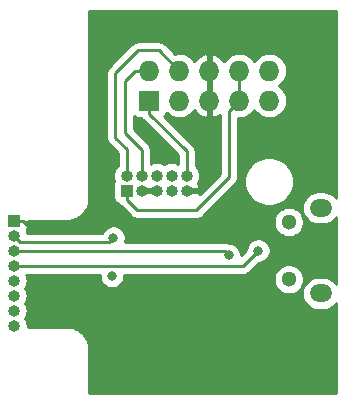
<source format=gbr>
G04 #@! TF.GenerationSoftware,KiCad,Pcbnew,(5.1.4)-1*
G04 #@! TF.CreationDate,2022-06-06T11:17:32+02:00*
G04 #@! TF.ProjectId,UP1-Progger,5550312d-5072-46f6-9767-65722e6b6963,V00.10*
G04 #@! TF.SameCoordinates,Original*
G04 #@! TF.FileFunction,Copper,L2,Bot*
G04 #@! TF.FilePolarity,Positive*
%FSLAX46Y46*%
G04 Gerber Fmt 4.6, Leading zero omitted, Abs format (unit mm)*
G04 Created by KiCad (PCBNEW (5.1.4)-1) date 2022-06-06 11:17:32*
%MOMM*%
%LPD*%
G04 APERTURE LIST*
%ADD10C,1.300000*%
%ADD11O,1.900000X1.500000*%
%ADD12O,1.000000X1.000000*%
%ADD13R,1.000000X1.000000*%
%ADD14O,1.727200X1.727200*%
%ADD15R,1.727200X1.727200*%
%ADD16C,0.800000*%
%ADD17C,0.250000*%
%ADD18C,0.254000*%
G04 APERTURE END LIST*
D10*
X114700000Y-117995000D03*
X114700000Y-113145000D03*
D11*
X117380000Y-111945000D03*
X117380000Y-119195000D03*
D12*
X91440000Y-121920000D03*
X91440000Y-120650000D03*
X91440000Y-119380000D03*
X91440000Y-118110000D03*
X91440000Y-116840000D03*
X91440000Y-115570000D03*
X91440000Y-114300000D03*
D13*
X91440000Y-113030000D03*
D14*
X113030000Y-100330000D03*
X113030000Y-102870000D03*
X110490000Y-100330000D03*
X110490000Y-102870000D03*
X107950000Y-100330000D03*
X107950000Y-102870000D03*
X105410000Y-100330000D03*
X105410000Y-102870000D03*
X102870000Y-100330000D03*
D15*
X102870000Y-102870000D03*
D12*
X106045000Y-109220000D03*
X106045000Y-110490000D03*
X104775000Y-109220000D03*
X104775000Y-110490000D03*
X103505000Y-109220000D03*
X103505000Y-110490000D03*
X102235000Y-109220000D03*
X102235000Y-110490000D03*
X100965000Y-109220000D03*
D13*
X100965000Y-110490000D03*
D16*
X112110000Y-115570000D03*
X109595000Y-115915000D03*
X99715000Y-117715000D03*
X99850000Y-114460000D03*
X101600000Y-113665000D03*
X104140000Y-113665000D03*
X110490000Y-113665000D03*
X115570000Y-106045000D03*
X103505000Y-106680000D03*
X107950000Y-106680000D03*
X99060000Y-96520000D03*
X116840000Y-96520000D03*
X99060000Y-126365000D03*
X107950000Y-126365000D03*
X117475000Y-126365000D03*
X112395000Y-120015000D03*
X106680000Y-120015000D03*
X95885000Y-118745000D03*
X101600000Y-120650000D03*
D17*
X106045000Y-107158600D02*
X106045000Y-109220000D01*
X102870000Y-102870000D02*
X102870000Y-103983600D01*
X102870000Y-103983600D02*
X106045000Y-107158600D01*
X100965000Y-109220000D02*
X100965000Y-106975000D01*
X100965000Y-106975000D02*
X99990000Y-106000000D01*
X99990000Y-106000000D02*
X99990000Y-100560000D01*
X99990000Y-100560000D02*
X101930000Y-98620000D01*
X103700000Y-98620000D02*
X105410000Y-100330000D01*
X101930000Y-98620000D02*
X103700000Y-98620000D01*
X101648686Y-100330000D02*
X100798686Y-101180000D01*
X102870000Y-100330000D02*
X101648686Y-100330000D01*
X100798686Y-101180000D02*
X100798686Y-105578686D01*
X102235000Y-107015000D02*
X102235000Y-109220000D01*
X100798686Y-105578686D02*
X102235000Y-107015000D01*
X91440000Y-116840000D02*
X92147106Y-116840000D01*
X92147106Y-116840000D02*
X110840000Y-116840000D01*
X110840000Y-116840000D02*
X112110000Y-115570000D01*
X112110000Y-115570000D02*
X112110000Y-115570000D01*
X91440000Y-115570000D02*
X109250000Y-115570000D01*
X109250000Y-115570000D02*
X109595000Y-115915000D01*
X91939999Y-114799999D02*
X99510001Y-114799999D01*
X91440000Y-114300000D02*
X91939999Y-114799999D01*
X99510001Y-114799999D02*
X99850000Y-114460000D01*
X99850000Y-114460000D02*
X99850000Y-114460000D01*
X109626401Y-103733599D02*
X109626401Y-109373599D01*
X110490000Y-102870000D02*
X109626401Y-103733599D01*
X109626401Y-109373599D02*
X106860000Y-112140000D01*
X100965000Y-111240000D02*
X100965000Y-110490000D01*
X101865000Y-112140000D02*
X100965000Y-111240000D01*
X106860000Y-112140000D02*
X101865000Y-112140000D01*
X110490000Y-101551314D02*
X110490000Y-102870000D01*
X110490000Y-100330000D02*
X110490000Y-101551314D01*
X92190000Y-113030000D02*
X92710000Y-113550000D01*
X91440000Y-113030000D02*
X92190000Y-113030000D01*
X92710000Y-113550000D02*
X92710000Y-113665000D01*
D18*
G36*
X118720000Y-111150907D02*
G01*
X118564081Y-110960919D01*
X118353188Y-110787843D01*
X118112581Y-110659236D01*
X117851507Y-110580040D01*
X117648037Y-110560000D01*
X117111963Y-110560000D01*
X116908493Y-110580040D01*
X116647419Y-110659236D01*
X116406812Y-110787843D01*
X116195919Y-110960919D01*
X116022843Y-111171812D01*
X115894236Y-111412419D01*
X115815040Y-111673493D01*
X115788299Y-111945000D01*
X115815040Y-112216507D01*
X115894236Y-112477581D01*
X116022843Y-112718188D01*
X116195919Y-112929081D01*
X116406812Y-113102157D01*
X116647419Y-113230764D01*
X116908493Y-113309960D01*
X117111963Y-113330000D01*
X117648037Y-113330000D01*
X117851507Y-113309960D01*
X118112581Y-113230764D01*
X118353188Y-113102157D01*
X118564081Y-112929081D01*
X118720001Y-112739093D01*
X118720001Y-118400907D01*
X118564081Y-118210919D01*
X118353188Y-118037843D01*
X118112581Y-117909236D01*
X117851507Y-117830040D01*
X117648037Y-117810000D01*
X117111963Y-117810000D01*
X116908493Y-117830040D01*
X116647419Y-117909236D01*
X116406812Y-118037843D01*
X116195919Y-118210919D01*
X116022843Y-118421812D01*
X115894236Y-118662419D01*
X115815040Y-118923493D01*
X115788299Y-119195000D01*
X115815040Y-119466507D01*
X115894236Y-119727581D01*
X116022843Y-119968188D01*
X116195919Y-120179081D01*
X116406812Y-120352157D01*
X116647419Y-120480764D01*
X116908493Y-120559960D01*
X117111963Y-120580000D01*
X117648037Y-120580000D01*
X117851507Y-120559960D01*
X118112581Y-120480764D01*
X118353188Y-120352157D01*
X118564081Y-120179081D01*
X118720001Y-119989093D01*
X118720001Y-127610000D01*
X97815000Y-127610000D01*
X97815000Y-123919581D01*
X97812198Y-123891135D01*
X97812253Y-123883318D01*
X97811354Y-123874147D01*
X97785446Y-123627644D01*
X97773414Y-123569028D01*
X97762208Y-123510284D01*
X97759544Y-123501462D01*
X97686249Y-123264686D01*
X97663074Y-123209555D01*
X97640661Y-123154080D01*
X97636334Y-123145944D01*
X97518446Y-122927914D01*
X97485012Y-122878346D01*
X97452240Y-122828265D01*
X97446416Y-122821124D01*
X97288423Y-122630144D01*
X97282000Y-122623766D01*
X97282000Y-122555000D01*
X97279560Y-122530224D01*
X97272333Y-122506399D01*
X97260597Y-122484443D01*
X97244803Y-122465197D01*
X97225557Y-122449403D01*
X97203601Y-122437667D01*
X97179776Y-122430440D01*
X97155000Y-122428000D01*
X97060457Y-122428000D01*
X97004946Y-122382727D01*
X96955169Y-122349655D01*
X96905763Y-122315826D01*
X96897657Y-122311444D01*
X96678809Y-122195081D01*
X96623532Y-122172298D01*
X96568525Y-122148721D01*
X96559722Y-122145997D01*
X96322441Y-122074357D01*
X96263754Y-122062736D01*
X96205248Y-122050300D01*
X96196085Y-122049337D01*
X96196083Y-122049337D01*
X95949405Y-122025150D01*
X95949402Y-122025150D01*
X95917419Y-122022000D01*
X92570445Y-122022000D01*
X92580491Y-121920000D01*
X92558577Y-121697501D01*
X92493676Y-121483553D01*
X92388284Y-121286377D01*
X92387154Y-121285000D01*
X92388284Y-121283623D01*
X92493676Y-121086447D01*
X92558577Y-120872499D01*
X92580491Y-120650000D01*
X92558577Y-120427501D01*
X92493676Y-120213553D01*
X92388284Y-120016377D01*
X92387154Y-120015000D01*
X92388284Y-120013623D01*
X92493676Y-119816447D01*
X92558577Y-119602499D01*
X92580491Y-119380000D01*
X92558577Y-119157501D01*
X92493676Y-118943553D01*
X92388284Y-118746377D01*
X92387154Y-118745000D01*
X92388284Y-118743623D01*
X92493676Y-118546447D01*
X92558577Y-118332499D01*
X92580491Y-118110000D01*
X92558577Y-117887501D01*
X92493676Y-117673553D01*
X92454361Y-117600000D01*
X98682598Y-117600000D01*
X98680000Y-117613061D01*
X98680000Y-117816939D01*
X98719774Y-118016898D01*
X98797795Y-118205256D01*
X98911063Y-118374774D01*
X99055226Y-118518937D01*
X99224744Y-118632205D01*
X99413102Y-118710226D01*
X99613061Y-118750000D01*
X99816939Y-118750000D01*
X100016898Y-118710226D01*
X100205256Y-118632205D01*
X100374774Y-118518937D01*
X100518937Y-118374774D01*
X100632205Y-118205256D01*
X100710226Y-118016898D01*
X100739756Y-117868439D01*
X113415000Y-117868439D01*
X113415000Y-118121561D01*
X113464381Y-118369821D01*
X113561247Y-118603676D01*
X113701875Y-118814140D01*
X113880860Y-118993125D01*
X114091324Y-119133753D01*
X114325179Y-119230619D01*
X114573439Y-119280000D01*
X114826561Y-119280000D01*
X115074821Y-119230619D01*
X115308676Y-119133753D01*
X115519140Y-118993125D01*
X115698125Y-118814140D01*
X115838753Y-118603676D01*
X115935619Y-118369821D01*
X115985000Y-118121561D01*
X115985000Y-117868439D01*
X115935619Y-117620179D01*
X115838753Y-117386324D01*
X115698125Y-117175860D01*
X115519140Y-116996875D01*
X115308676Y-116856247D01*
X115074821Y-116759381D01*
X114826561Y-116710000D01*
X114573439Y-116710000D01*
X114325179Y-116759381D01*
X114091324Y-116856247D01*
X113880860Y-116996875D01*
X113701875Y-117175860D01*
X113561247Y-117386324D01*
X113464381Y-117620179D01*
X113415000Y-117868439D01*
X100739756Y-117868439D01*
X100750000Y-117816939D01*
X100750000Y-117613061D01*
X100747402Y-117600000D01*
X110802678Y-117600000D01*
X110840000Y-117603676D01*
X110877322Y-117600000D01*
X110877333Y-117600000D01*
X110988986Y-117589003D01*
X111132247Y-117545546D01*
X111264276Y-117474974D01*
X111380001Y-117380001D01*
X111403804Y-117350997D01*
X112149802Y-116605000D01*
X112211939Y-116605000D01*
X112411898Y-116565226D01*
X112600256Y-116487205D01*
X112769774Y-116373937D01*
X112913937Y-116229774D01*
X113027205Y-116060256D01*
X113105226Y-115871898D01*
X113145000Y-115671939D01*
X113145000Y-115468061D01*
X113105226Y-115268102D01*
X113027205Y-115079744D01*
X112913937Y-114910226D01*
X112769774Y-114766063D01*
X112600256Y-114652795D01*
X112411898Y-114574774D01*
X112211939Y-114535000D01*
X112008061Y-114535000D01*
X111808102Y-114574774D01*
X111619744Y-114652795D01*
X111450226Y-114766063D01*
X111306063Y-114910226D01*
X111192795Y-115079744D01*
X111114774Y-115268102D01*
X111075000Y-115468061D01*
X111075000Y-115530198D01*
X110630000Y-115975199D01*
X110630000Y-115813061D01*
X110590226Y-115613102D01*
X110512205Y-115424744D01*
X110398937Y-115255226D01*
X110254774Y-115111063D01*
X110085256Y-114997795D01*
X109896898Y-114919774D01*
X109696939Y-114880000D01*
X109571331Y-114880000D01*
X109542247Y-114864454D01*
X109398986Y-114820997D01*
X109287333Y-114810000D01*
X109287322Y-114810000D01*
X109250000Y-114806324D01*
X109212678Y-114810000D01*
X100825301Y-114810000D01*
X100845226Y-114761898D01*
X100885000Y-114561939D01*
X100885000Y-114358061D01*
X100845226Y-114158102D01*
X100767205Y-113969744D01*
X100653937Y-113800226D01*
X100509774Y-113656063D01*
X100340256Y-113542795D01*
X100151898Y-113464774D01*
X99951939Y-113425000D01*
X99748061Y-113425000D01*
X99548102Y-113464774D01*
X99359744Y-113542795D01*
X99190226Y-113656063D01*
X99046063Y-113800226D01*
X98932795Y-113969744D01*
X98903694Y-114039999D01*
X92547201Y-114039999D01*
X92493676Y-113863553D01*
X92487703Y-113852379D01*
X92529502Y-113774180D01*
X92565812Y-113654482D01*
X92578072Y-113530000D01*
X92575000Y-113315750D01*
X92416252Y-113157002D01*
X92575000Y-113157002D01*
X92575000Y-113055000D01*
X95917419Y-113055000D01*
X95945865Y-113052198D01*
X95953682Y-113052253D01*
X95962853Y-113051354D01*
X96209357Y-113025446D01*
X96243491Y-113018439D01*
X113415000Y-113018439D01*
X113415000Y-113271561D01*
X113464381Y-113519821D01*
X113561247Y-113753676D01*
X113701875Y-113964140D01*
X113880860Y-114143125D01*
X114091324Y-114283753D01*
X114325179Y-114380619D01*
X114573439Y-114430000D01*
X114826561Y-114430000D01*
X115074821Y-114380619D01*
X115308676Y-114283753D01*
X115519140Y-114143125D01*
X115698125Y-113964140D01*
X115838753Y-113753676D01*
X115935619Y-113519821D01*
X115985000Y-113271561D01*
X115985000Y-113018439D01*
X115935619Y-112770179D01*
X115838753Y-112536324D01*
X115698125Y-112325860D01*
X115519140Y-112146875D01*
X115308676Y-112006247D01*
X115074821Y-111909381D01*
X114826561Y-111860000D01*
X114573439Y-111860000D01*
X114325179Y-111909381D01*
X114091324Y-112006247D01*
X113880860Y-112146875D01*
X113701875Y-112325860D01*
X113561247Y-112536324D01*
X113464381Y-112770179D01*
X113415000Y-113018439D01*
X96243491Y-113018439D01*
X96267986Y-113013411D01*
X96326716Y-113002208D01*
X96335532Y-112999546D01*
X96335536Y-112999545D01*
X96335539Y-112999544D01*
X96572314Y-112926249D01*
X96627457Y-112903069D01*
X96682920Y-112880661D01*
X96691054Y-112876335D01*
X96691059Y-112876333D01*
X96691064Y-112876330D01*
X96909086Y-112758447D01*
X96958654Y-112725012D01*
X97008735Y-112692241D01*
X97015876Y-112686416D01*
X97206856Y-112528423D01*
X97248995Y-112485988D01*
X97291745Y-112444125D01*
X97297618Y-112437024D01*
X97454273Y-112244947D01*
X97487374Y-112195125D01*
X97521173Y-112145763D01*
X97525556Y-112137657D01*
X97641919Y-111918809D01*
X97664707Y-111863521D01*
X97688279Y-111808525D01*
X97691003Y-111799722D01*
X97762643Y-111562441D01*
X97774264Y-111503754D01*
X97786700Y-111445248D01*
X97787663Y-111436083D01*
X97811850Y-111189405D01*
X97811850Y-111189402D01*
X97815000Y-111157419D01*
X97815000Y-100560000D01*
X99226324Y-100560000D01*
X99230001Y-100597332D01*
X99230000Y-105962677D01*
X99226324Y-106000000D01*
X99230000Y-106037322D01*
X99230000Y-106037332D01*
X99240997Y-106148985D01*
X99276492Y-106265997D01*
X99284454Y-106292246D01*
X99355026Y-106424276D01*
X99378644Y-106453054D01*
X99449999Y-106540001D01*
X99479002Y-106563804D01*
X100205001Y-107289803D01*
X100205000Y-108375431D01*
X100158551Y-108413551D01*
X100016716Y-108586377D01*
X99911324Y-108783553D01*
X99846423Y-108997501D01*
X99824509Y-109220000D01*
X99846423Y-109442499D01*
X99911324Y-109656447D01*
X99917297Y-109667621D01*
X99875498Y-109745820D01*
X99839188Y-109865518D01*
X99826928Y-109990000D01*
X99826928Y-110990000D01*
X99839188Y-111114482D01*
X99875498Y-111234180D01*
X99934463Y-111344494D01*
X100013815Y-111441185D01*
X100110506Y-111520537D01*
X100220820Y-111579502D01*
X100297078Y-111602635D01*
X100330026Y-111664276D01*
X100350839Y-111689636D01*
X100424999Y-111780001D01*
X100454002Y-111803803D01*
X101301201Y-112651003D01*
X101324999Y-112680001D01*
X101440724Y-112774974D01*
X101572753Y-112845546D01*
X101716014Y-112889003D01*
X101827667Y-112900000D01*
X101827676Y-112900000D01*
X101864999Y-112903676D01*
X101902322Y-112900000D01*
X106822678Y-112900000D01*
X106860000Y-112903676D01*
X106897322Y-112900000D01*
X106897333Y-112900000D01*
X107008986Y-112889003D01*
X107152247Y-112845546D01*
X107284276Y-112774974D01*
X107400001Y-112680001D01*
X107423804Y-112650997D01*
X110137404Y-109937398D01*
X110166402Y-109913600D01*
X110261375Y-109797875D01*
X110331947Y-109665846D01*
X110375404Y-109522585D01*
X110377700Y-109499271D01*
X110940209Y-109499271D01*
X110940209Y-109910923D01*
X111020518Y-110314667D01*
X111178051Y-110694984D01*
X111406753Y-111037261D01*
X111697836Y-111328344D01*
X112040113Y-111557046D01*
X112420430Y-111714579D01*
X112824174Y-111794888D01*
X113235826Y-111794888D01*
X113639570Y-111714579D01*
X114019887Y-111557046D01*
X114362164Y-111328344D01*
X114653247Y-111037261D01*
X114881949Y-110694984D01*
X115039482Y-110314667D01*
X115119791Y-109910923D01*
X115119791Y-109499271D01*
X115039482Y-109095527D01*
X114881949Y-108715210D01*
X114653247Y-108372933D01*
X114362164Y-108081850D01*
X114019887Y-107853148D01*
X113639570Y-107695615D01*
X113235826Y-107615306D01*
X112824174Y-107615306D01*
X112420430Y-107695615D01*
X112040113Y-107853148D01*
X111697836Y-108081850D01*
X111406753Y-108372933D01*
X111178051Y-108715210D01*
X111020518Y-109095527D01*
X110940209Y-109499271D01*
X110377700Y-109499271D01*
X110386401Y-109410932D01*
X110386401Y-109410922D01*
X110390077Y-109373599D01*
X110386401Y-109336276D01*
X110386401Y-104365647D01*
X110416381Y-104368600D01*
X110563619Y-104368600D01*
X110783777Y-104346916D01*
X111066264Y-104261225D01*
X111326606Y-104122069D01*
X111554797Y-103934797D01*
X111742069Y-103706606D01*
X111760000Y-103673060D01*
X111777931Y-103706606D01*
X111965203Y-103934797D01*
X112193394Y-104122069D01*
X112453736Y-104261225D01*
X112736223Y-104346916D01*
X112956381Y-104368600D01*
X113103619Y-104368600D01*
X113323777Y-104346916D01*
X113606264Y-104261225D01*
X113866606Y-104122069D01*
X114094797Y-103934797D01*
X114282069Y-103706606D01*
X114421225Y-103446264D01*
X114506916Y-103163777D01*
X114535851Y-102870000D01*
X114506916Y-102576223D01*
X114421225Y-102293736D01*
X114282069Y-102033394D01*
X114094797Y-101805203D01*
X113866606Y-101617931D01*
X113833060Y-101600000D01*
X113866606Y-101582069D01*
X114094797Y-101394797D01*
X114282069Y-101166606D01*
X114421225Y-100906264D01*
X114506916Y-100623777D01*
X114535851Y-100330000D01*
X114506916Y-100036223D01*
X114421225Y-99753736D01*
X114282069Y-99493394D01*
X114094797Y-99265203D01*
X113866606Y-99077931D01*
X113606264Y-98938775D01*
X113323777Y-98853084D01*
X113103619Y-98831400D01*
X112956381Y-98831400D01*
X112736223Y-98853084D01*
X112453736Y-98938775D01*
X112193394Y-99077931D01*
X111965203Y-99265203D01*
X111777931Y-99493394D01*
X111760000Y-99526940D01*
X111742069Y-99493394D01*
X111554797Y-99265203D01*
X111326606Y-99077931D01*
X111066264Y-98938775D01*
X110783777Y-98853084D01*
X110563619Y-98831400D01*
X110416381Y-98831400D01*
X110196223Y-98853084D01*
X109913736Y-98938775D01*
X109653394Y-99077931D01*
X109425203Y-99265203D01*
X109237931Y-99493394D01*
X109214137Y-99537910D01*
X109156817Y-99441512D01*
X108960293Y-99223146D01*
X108724944Y-99047316D01*
X108459814Y-98920778D01*
X108309026Y-98875042D01*
X108077000Y-98996183D01*
X108077000Y-100203000D01*
X108097000Y-100203000D01*
X108097000Y-100457000D01*
X108077000Y-100457000D01*
X108077000Y-102743000D01*
X108097000Y-102743000D01*
X108097000Y-102997000D01*
X108077000Y-102997000D01*
X108077000Y-104203817D01*
X108309026Y-104324958D01*
X108459814Y-104279222D01*
X108724944Y-104152684D01*
X108866401Y-104047001D01*
X108866402Y-109058796D01*
X107136707Y-110788492D01*
X107014129Y-110617000D01*
X106172000Y-110617000D01*
X106172000Y-110637000D01*
X105918000Y-110637000D01*
X105918000Y-110617000D01*
X105902983Y-110617000D01*
X105915491Y-110490000D01*
X105902983Y-110363000D01*
X105918000Y-110363000D01*
X105918000Y-110347983D01*
X105989248Y-110355000D01*
X106100752Y-110355000D01*
X106172000Y-110347983D01*
X106172000Y-110363000D01*
X107014129Y-110363000D01*
X107139126Y-110188124D01*
X107059210Y-109980471D01*
X106985227Y-109863440D01*
X106993284Y-109853623D01*
X107098676Y-109656447D01*
X107163577Y-109442499D01*
X107185491Y-109220000D01*
X107163577Y-108997501D01*
X107098676Y-108783553D01*
X106993284Y-108586377D01*
X106851449Y-108413551D01*
X106805000Y-108375431D01*
X106805000Y-107195922D01*
X106808676Y-107158599D01*
X106805000Y-107121276D01*
X106805000Y-107121267D01*
X106794003Y-107009614D01*
X106750546Y-106866353D01*
X106695664Y-106763677D01*
X106679974Y-106734323D01*
X106608799Y-106647597D01*
X106585001Y-106618599D01*
X106556004Y-106594802D01*
X104163475Y-104202274D01*
X104184785Y-104184785D01*
X104264137Y-104088094D01*
X104323102Y-103977780D01*
X104338586Y-103926735D01*
X104345203Y-103934797D01*
X104573394Y-104122069D01*
X104833736Y-104261225D01*
X105116223Y-104346916D01*
X105336381Y-104368600D01*
X105483619Y-104368600D01*
X105703777Y-104346916D01*
X105986264Y-104261225D01*
X106246606Y-104122069D01*
X106474797Y-103934797D01*
X106662069Y-103706606D01*
X106685863Y-103662090D01*
X106743183Y-103758488D01*
X106939707Y-103976854D01*
X107175056Y-104152684D01*
X107440186Y-104279222D01*
X107590974Y-104324958D01*
X107823000Y-104203817D01*
X107823000Y-102997000D01*
X107803000Y-102997000D01*
X107803000Y-102743000D01*
X107823000Y-102743000D01*
X107823000Y-100457000D01*
X107803000Y-100457000D01*
X107803000Y-100203000D01*
X107823000Y-100203000D01*
X107823000Y-98996183D01*
X107590974Y-98875042D01*
X107440186Y-98920778D01*
X107175056Y-99047316D01*
X106939707Y-99223146D01*
X106743183Y-99441512D01*
X106685863Y-99537910D01*
X106662069Y-99493394D01*
X106474797Y-99265203D01*
X106246606Y-99077931D01*
X105986264Y-98938775D01*
X105703777Y-98853084D01*
X105483619Y-98831400D01*
X105336381Y-98831400D01*
X105116223Y-98853084D01*
X105033100Y-98878299D01*
X104263804Y-98109003D01*
X104240001Y-98079999D01*
X104124276Y-97985026D01*
X103992247Y-97914454D01*
X103848986Y-97870997D01*
X103737333Y-97860000D01*
X103737322Y-97860000D01*
X103700000Y-97856324D01*
X103662678Y-97860000D01*
X101967322Y-97860000D01*
X101929999Y-97856324D01*
X101892676Y-97860000D01*
X101892667Y-97860000D01*
X101781014Y-97870997D01*
X101637753Y-97914454D01*
X101505724Y-97985026D01*
X101389999Y-98079999D01*
X101366201Y-98108997D01*
X99478998Y-99996201D01*
X99450000Y-100019999D01*
X99426202Y-100048997D01*
X99426201Y-100048998D01*
X99355026Y-100135724D01*
X99284454Y-100267754D01*
X99240998Y-100411015D01*
X99226324Y-100560000D01*
X97815000Y-100560000D01*
X97815000Y-95275000D01*
X118720000Y-95275000D01*
X118720000Y-111150907D01*
X118720000Y-111150907D01*
G37*
X118720000Y-111150907D02*
X118564081Y-110960919D01*
X118353188Y-110787843D01*
X118112581Y-110659236D01*
X117851507Y-110580040D01*
X117648037Y-110560000D01*
X117111963Y-110560000D01*
X116908493Y-110580040D01*
X116647419Y-110659236D01*
X116406812Y-110787843D01*
X116195919Y-110960919D01*
X116022843Y-111171812D01*
X115894236Y-111412419D01*
X115815040Y-111673493D01*
X115788299Y-111945000D01*
X115815040Y-112216507D01*
X115894236Y-112477581D01*
X116022843Y-112718188D01*
X116195919Y-112929081D01*
X116406812Y-113102157D01*
X116647419Y-113230764D01*
X116908493Y-113309960D01*
X117111963Y-113330000D01*
X117648037Y-113330000D01*
X117851507Y-113309960D01*
X118112581Y-113230764D01*
X118353188Y-113102157D01*
X118564081Y-112929081D01*
X118720001Y-112739093D01*
X118720001Y-118400907D01*
X118564081Y-118210919D01*
X118353188Y-118037843D01*
X118112581Y-117909236D01*
X117851507Y-117830040D01*
X117648037Y-117810000D01*
X117111963Y-117810000D01*
X116908493Y-117830040D01*
X116647419Y-117909236D01*
X116406812Y-118037843D01*
X116195919Y-118210919D01*
X116022843Y-118421812D01*
X115894236Y-118662419D01*
X115815040Y-118923493D01*
X115788299Y-119195000D01*
X115815040Y-119466507D01*
X115894236Y-119727581D01*
X116022843Y-119968188D01*
X116195919Y-120179081D01*
X116406812Y-120352157D01*
X116647419Y-120480764D01*
X116908493Y-120559960D01*
X117111963Y-120580000D01*
X117648037Y-120580000D01*
X117851507Y-120559960D01*
X118112581Y-120480764D01*
X118353188Y-120352157D01*
X118564081Y-120179081D01*
X118720001Y-119989093D01*
X118720001Y-127610000D01*
X97815000Y-127610000D01*
X97815000Y-123919581D01*
X97812198Y-123891135D01*
X97812253Y-123883318D01*
X97811354Y-123874147D01*
X97785446Y-123627644D01*
X97773414Y-123569028D01*
X97762208Y-123510284D01*
X97759544Y-123501462D01*
X97686249Y-123264686D01*
X97663074Y-123209555D01*
X97640661Y-123154080D01*
X97636334Y-123145944D01*
X97518446Y-122927914D01*
X97485012Y-122878346D01*
X97452240Y-122828265D01*
X97446416Y-122821124D01*
X97288423Y-122630144D01*
X97282000Y-122623766D01*
X97282000Y-122555000D01*
X97279560Y-122530224D01*
X97272333Y-122506399D01*
X97260597Y-122484443D01*
X97244803Y-122465197D01*
X97225557Y-122449403D01*
X97203601Y-122437667D01*
X97179776Y-122430440D01*
X97155000Y-122428000D01*
X97060457Y-122428000D01*
X97004946Y-122382727D01*
X96955169Y-122349655D01*
X96905763Y-122315826D01*
X96897657Y-122311444D01*
X96678809Y-122195081D01*
X96623532Y-122172298D01*
X96568525Y-122148721D01*
X96559722Y-122145997D01*
X96322441Y-122074357D01*
X96263754Y-122062736D01*
X96205248Y-122050300D01*
X96196085Y-122049337D01*
X96196083Y-122049337D01*
X95949405Y-122025150D01*
X95949402Y-122025150D01*
X95917419Y-122022000D01*
X92570445Y-122022000D01*
X92580491Y-121920000D01*
X92558577Y-121697501D01*
X92493676Y-121483553D01*
X92388284Y-121286377D01*
X92387154Y-121285000D01*
X92388284Y-121283623D01*
X92493676Y-121086447D01*
X92558577Y-120872499D01*
X92580491Y-120650000D01*
X92558577Y-120427501D01*
X92493676Y-120213553D01*
X92388284Y-120016377D01*
X92387154Y-120015000D01*
X92388284Y-120013623D01*
X92493676Y-119816447D01*
X92558577Y-119602499D01*
X92580491Y-119380000D01*
X92558577Y-119157501D01*
X92493676Y-118943553D01*
X92388284Y-118746377D01*
X92387154Y-118745000D01*
X92388284Y-118743623D01*
X92493676Y-118546447D01*
X92558577Y-118332499D01*
X92580491Y-118110000D01*
X92558577Y-117887501D01*
X92493676Y-117673553D01*
X92454361Y-117600000D01*
X98682598Y-117600000D01*
X98680000Y-117613061D01*
X98680000Y-117816939D01*
X98719774Y-118016898D01*
X98797795Y-118205256D01*
X98911063Y-118374774D01*
X99055226Y-118518937D01*
X99224744Y-118632205D01*
X99413102Y-118710226D01*
X99613061Y-118750000D01*
X99816939Y-118750000D01*
X100016898Y-118710226D01*
X100205256Y-118632205D01*
X100374774Y-118518937D01*
X100518937Y-118374774D01*
X100632205Y-118205256D01*
X100710226Y-118016898D01*
X100739756Y-117868439D01*
X113415000Y-117868439D01*
X113415000Y-118121561D01*
X113464381Y-118369821D01*
X113561247Y-118603676D01*
X113701875Y-118814140D01*
X113880860Y-118993125D01*
X114091324Y-119133753D01*
X114325179Y-119230619D01*
X114573439Y-119280000D01*
X114826561Y-119280000D01*
X115074821Y-119230619D01*
X115308676Y-119133753D01*
X115519140Y-118993125D01*
X115698125Y-118814140D01*
X115838753Y-118603676D01*
X115935619Y-118369821D01*
X115985000Y-118121561D01*
X115985000Y-117868439D01*
X115935619Y-117620179D01*
X115838753Y-117386324D01*
X115698125Y-117175860D01*
X115519140Y-116996875D01*
X115308676Y-116856247D01*
X115074821Y-116759381D01*
X114826561Y-116710000D01*
X114573439Y-116710000D01*
X114325179Y-116759381D01*
X114091324Y-116856247D01*
X113880860Y-116996875D01*
X113701875Y-117175860D01*
X113561247Y-117386324D01*
X113464381Y-117620179D01*
X113415000Y-117868439D01*
X100739756Y-117868439D01*
X100750000Y-117816939D01*
X100750000Y-117613061D01*
X100747402Y-117600000D01*
X110802678Y-117600000D01*
X110840000Y-117603676D01*
X110877322Y-117600000D01*
X110877333Y-117600000D01*
X110988986Y-117589003D01*
X111132247Y-117545546D01*
X111264276Y-117474974D01*
X111380001Y-117380001D01*
X111403804Y-117350997D01*
X112149802Y-116605000D01*
X112211939Y-116605000D01*
X112411898Y-116565226D01*
X112600256Y-116487205D01*
X112769774Y-116373937D01*
X112913937Y-116229774D01*
X113027205Y-116060256D01*
X113105226Y-115871898D01*
X113145000Y-115671939D01*
X113145000Y-115468061D01*
X113105226Y-115268102D01*
X113027205Y-115079744D01*
X112913937Y-114910226D01*
X112769774Y-114766063D01*
X112600256Y-114652795D01*
X112411898Y-114574774D01*
X112211939Y-114535000D01*
X112008061Y-114535000D01*
X111808102Y-114574774D01*
X111619744Y-114652795D01*
X111450226Y-114766063D01*
X111306063Y-114910226D01*
X111192795Y-115079744D01*
X111114774Y-115268102D01*
X111075000Y-115468061D01*
X111075000Y-115530198D01*
X110630000Y-115975199D01*
X110630000Y-115813061D01*
X110590226Y-115613102D01*
X110512205Y-115424744D01*
X110398937Y-115255226D01*
X110254774Y-115111063D01*
X110085256Y-114997795D01*
X109896898Y-114919774D01*
X109696939Y-114880000D01*
X109571331Y-114880000D01*
X109542247Y-114864454D01*
X109398986Y-114820997D01*
X109287333Y-114810000D01*
X109287322Y-114810000D01*
X109250000Y-114806324D01*
X109212678Y-114810000D01*
X100825301Y-114810000D01*
X100845226Y-114761898D01*
X100885000Y-114561939D01*
X100885000Y-114358061D01*
X100845226Y-114158102D01*
X100767205Y-113969744D01*
X100653937Y-113800226D01*
X100509774Y-113656063D01*
X100340256Y-113542795D01*
X100151898Y-113464774D01*
X99951939Y-113425000D01*
X99748061Y-113425000D01*
X99548102Y-113464774D01*
X99359744Y-113542795D01*
X99190226Y-113656063D01*
X99046063Y-113800226D01*
X98932795Y-113969744D01*
X98903694Y-114039999D01*
X92547201Y-114039999D01*
X92493676Y-113863553D01*
X92487703Y-113852379D01*
X92529502Y-113774180D01*
X92565812Y-113654482D01*
X92578072Y-113530000D01*
X92575000Y-113315750D01*
X92416252Y-113157002D01*
X92575000Y-113157002D01*
X92575000Y-113055000D01*
X95917419Y-113055000D01*
X95945865Y-113052198D01*
X95953682Y-113052253D01*
X95962853Y-113051354D01*
X96209357Y-113025446D01*
X96243491Y-113018439D01*
X113415000Y-113018439D01*
X113415000Y-113271561D01*
X113464381Y-113519821D01*
X113561247Y-113753676D01*
X113701875Y-113964140D01*
X113880860Y-114143125D01*
X114091324Y-114283753D01*
X114325179Y-114380619D01*
X114573439Y-114430000D01*
X114826561Y-114430000D01*
X115074821Y-114380619D01*
X115308676Y-114283753D01*
X115519140Y-114143125D01*
X115698125Y-113964140D01*
X115838753Y-113753676D01*
X115935619Y-113519821D01*
X115985000Y-113271561D01*
X115985000Y-113018439D01*
X115935619Y-112770179D01*
X115838753Y-112536324D01*
X115698125Y-112325860D01*
X115519140Y-112146875D01*
X115308676Y-112006247D01*
X115074821Y-111909381D01*
X114826561Y-111860000D01*
X114573439Y-111860000D01*
X114325179Y-111909381D01*
X114091324Y-112006247D01*
X113880860Y-112146875D01*
X113701875Y-112325860D01*
X113561247Y-112536324D01*
X113464381Y-112770179D01*
X113415000Y-113018439D01*
X96243491Y-113018439D01*
X96267986Y-113013411D01*
X96326716Y-113002208D01*
X96335532Y-112999546D01*
X96335536Y-112999545D01*
X96335539Y-112999544D01*
X96572314Y-112926249D01*
X96627457Y-112903069D01*
X96682920Y-112880661D01*
X96691054Y-112876335D01*
X96691059Y-112876333D01*
X96691064Y-112876330D01*
X96909086Y-112758447D01*
X96958654Y-112725012D01*
X97008735Y-112692241D01*
X97015876Y-112686416D01*
X97206856Y-112528423D01*
X97248995Y-112485988D01*
X97291745Y-112444125D01*
X97297618Y-112437024D01*
X97454273Y-112244947D01*
X97487374Y-112195125D01*
X97521173Y-112145763D01*
X97525556Y-112137657D01*
X97641919Y-111918809D01*
X97664707Y-111863521D01*
X97688279Y-111808525D01*
X97691003Y-111799722D01*
X97762643Y-111562441D01*
X97774264Y-111503754D01*
X97786700Y-111445248D01*
X97787663Y-111436083D01*
X97811850Y-111189405D01*
X97811850Y-111189402D01*
X97815000Y-111157419D01*
X97815000Y-100560000D01*
X99226324Y-100560000D01*
X99230001Y-100597332D01*
X99230000Y-105962677D01*
X99226324Y-106000000D01*
X99230000Y-106037322D01*
X99230000Y-106037332D01*
X99240997Y-106148985D01*
X99276492Y-106265997D01*
X99284454Y-106292246D01*
X99355026Y-106424276D01*
X99378644Y-106453054D01*
X99449999Y-106540001D01*
X99479002Y-106563804D01*
X100205001Y-107289803D01*
X100205000Y-108375431D01*
X100158551Y-108413551D01*
X100016716Y-108586377D01*
X99911324Y-108783553D01*
X99846423Y-108997501D01*
X99824509Y-109220000D01*
X99846423Y-109442499D01*
X99911324Y-109656447D01*
X99917297Y-109667621D01*
X99875498Y-109745820D01*
X99839188Y-109865518D01*
X99826928Y-109990000D01*
X99826928Y-110990000D01*
X99839188Y-111114482D01*
X99875498Y-111234180D01*
X99934463Y-111344494D01*
X100013815Y-111441185D01*
X100110506Y-111520537D01*
X100220820Y-111579502D01*
X100297078Y-111602635D01*
X100330026Y-111664276D01*
X100350839Y-111689636D01*
X100424999Y-111780001D01*
X100454002Y-111803803D01*
X101301201Y-112651003D01*
X101324999Y-112680001D01*
X101440724Y-112774974D01*
X101572753Y-112845546D01*
X101716014Y-112889003D01*
X101827667Y-112900000D01*
X101827676Y-112900000D01*
X101864999Y-112903676D01*
X101902322Y-112900000D01*
X106822678Y-112900000D01*
X106860000Y-112903676D01*
X106897322Y-112900000D01*
X106897333Y-112900000D01*
X107008986Y-112889003D01*
X107152247Y-112845546D01*
X107284276Y-112774974D01*
X107400001Y-112680001D01*
X107423804Y-112650997D01*
X110137404Y-109937398D01*
X110166402Y-109913600D01*
X110261375Y-109797875D01*
X110331947Y-109665846D01*
X110375404Y-109522585D01*
X110377700Y-109499271D01*
X110940209Y-109499271D01*
X110940209Y-109910923D01*
X111020518Y-110314667D01*
X111178051Y-110694984D01*
X111406753Y-111037261D01*
X111697836Y-111328344D01*
X112040113Y-111557046D01*
X112420430Y-111714579D01*
X112824174Y-111794888D01*
X113235826Y-111794888D01*
X113639570Y-111714579D01*
X114019887Y-111557046D01*
X114362164Y-111328344D01*
X114653247Y-111037261D01*
X114881949Y-110694984D01*
X115039482Y-110314667D01*
X115119791Y-109910923D01*
X115119791Y-109499271D01*
X115039482Y-109095527D01*
X114881949Y-108715210D01*
X114653247Y-108372933D01*
X114362164Y-108081850D01*
X114019887Y-107853148D01*
X113639570Y-107695615D01*
X113235826Y-107615306D01*
X112824174Y-107615306D01*
X112420430Y-107695615D01*
X112040113Y-107853148D01*
X111697836Y-108081850D01*
X111406753Y-108372933D01*
X111178051Y-108715210D01*
X111020518Y-109095527D01*
X110940209Y-109499271D01*
X110377700Y-109499271D01*
X110386401Y-109410932D01*
X110386401Y-109410922D01*
X110390077Y-109373599D01*
X110386401Y-109336276D01*
X110386401Y-104365647D01*
X110416381Y-104368600D01*
X110563619Y-104368600D01*
X110783777Y-104346916D01*
X111066264Y-104261225D01*
X111326606Y-104122069D01*
X111554797Y-103934797D01*
X111742069Y-103706606D01*
X111760000Y-103673060D01*
X111777931Y-103706606D01*
X111965203Y-103934797D01*
X112193394Y-104122069D01*
X112453736Y-104261225D01*
X112736223Y-104346916D01*
X112956381Y-104368600D01*
X113103619Y-104368600D01*
X113323777Y-104346916D01*
X113606264Y-104261225D01*
X113866606Y-104122069D01*
X114094797Y-103934797D01*
X114282069Y-103706606D01*
X114421225Y-103446264D01*
X114506916Y-103163777D01*
X114535851Y-102870000D01*
X114506916Y-102576223D01*
X114421225Y-102293736D01*
X114282069Y-102033394D01*
X114094797Y-101805203D01*
X113866606Y-101617931D01*
X113833060Y-101600000D01*
X113866606Y-101582069D01*
X114094797Y-101394797D01*
X114282069Y-101166606D01*
X114421225Y-100906264D01*
X114506916Y-100623777D01*
X114535851Y-100330000D01*
X114506916Y-100036223D01*
X114421225Y-99753736D01*
X114282069Y-99493394D01*
X114094797Y-99265203D01*
X113866606Y-99077931D01*
X113606264Y-98938775D01*
X113323777Y-98853084D01*
X113103619Y-98831400D01*
X112956381Y-98831400D01*
X112736223Y-98853084D01*
X112453736Y-98938775D01*
X112193394Y-99077931D01*
X111965203Y-99265203D01*
X111777931Y-99493394D01*
X111760000Y-99526940D01*
X111742069Y-99493394D01*
X111554797Y-99265203D01*
X111326606Y-99077931D01*
X111066264Y-98938775D01*
X110783777Y-98853084D01*
X110563619Y-98831400D01*
X110416381Y-98831400D01*
X110196223Y-98853084D01*
X109913736Y-98938775D01*
X109653394Y-99077931D01*
X109425203Y-99265203D01*
X109237931Y-99493394D01*
X109214137Y-99537910D01*
X109156817Y-99441512D01*
X108960293Y-99223146D01*
X108724944Y-99047316D01*
X108459814Y-98920778D01*
X108309026Y-98875042D01*
X108077000Y-98996183D01*
X108077000Y-100203000D01*
X108097000Y-100203000D01*
X108097000Y-100457000D01*
X108077000Y-100457000D01*
X108077000Y-102743000D01*
X108097000Y-102743000D01*
X108097000Y-102997000D01*
X108077000Y-102997000D01*
X108077000Y-104203817D01*
X108309026Y-104324958D01*
X108459814Y-104279222D01*
X108724944Y-104152684D01*
X108866401Y-104047001D01*
X108866402Y-109058796D01*
X107136707Y-110788492D01*
X107014129Y-110617000D01*
X106172000Y-110617000D01*
X106172000Y-110637000D01*
X105918000Y-110637000D01*
X105918000Y-110617000D01*
X105902983Y-110617000D01*
X105915491Y-110490000D01*
X105902983Y-110363000D01*
X105918000Y-110363000D01*
X105918000Y-110347983D01*
X105989248Y-110355000D01*
X106100752Y-110355000D01*
X106172000Y-110347983D01*
X106172000Y-110363000D01*
X107014129Y-110363000D01*
X107139126Y-110188124D01*
X107059210Y-109980471D01*
X106985227Y-109863440D01*
X106993284Y-109853623D01*
X107098676Y-109656447D01*
X107163577Y-109442499D01*
X107185491Y-109220000D01*
X107163577Y-108997501D01*
X107098676Y-108783553D01*
X106993284Y-108586377D01*
X106851449Y-108413551D01*
X106805000Y-108375431D01*
X106805000Y-107195922D01*
X106808676Y-107158599D01*
X106805000Y-107121276D01*
X106805000Y-107121267D01*
X106794003Y-107009614D01*
X106750546Y-106866353D01*
X106695664Y-106763677D01*
X106679974Y-106734323D01*
X106608799Y-106647597D01*
X106585001Y-106618599D01*
X106556004Y-106594802D01*
X104163475Y-104202274D01*
X104184785Y-104184785D01*
X104264137Y-104088094D01*
X104323102Y-103977780D01*
X104338586Y-103926735D01*
X104345203Y-103934797D01*
X104573394Y-104122069D01*
X104833736Y-104261225D01*
X105116223Y-104346916D01*
X105336381Y-104368600D01*
X105483619Y-104368600D01*
X105703777Y-104346916D01*
X105986264Y-104261225D01*
X106246606Y-104122069D01*
X106474797Y-103934797D01*
X106662069Y-103706606D01*
X106685863Y-103662090D01*
X106743183Y-103758488D01*
X106939707Y-103976854D01*
X107175056Y-104152684D01*
X107440186Y-104279222D01*
X107590974Y-104324958D01*
X107823000Y-104203817D01*
X107823000Y-102997000D01*
X107803000Y-102997000D01*
X107803000Y-102743000D01*
X107823000Y-102743000D01*
X107823000Y-100457000D01*
X107803000Y-100457000D01*
X107803000Y-100203000D01*
X107823000Y-100203000D01*
X107823000Y-98996183D01*
X107590974Y-98875042D01*
X107440186Y-98920778D01*
X107175056Y-99047316D01*
X106939707Y-99223146D01*
X106743183Y-99441512D01*
X106685863Y-99537910D01*
X106662069Y-99493394D01*
X106474797Y-99265203D01*
X106246606Y-99077931D01*
X105986264Y-98938775D01*
X105703777Y-98853084D01*
X105483619Y-98831400D01*
X105336381Y-98831400D01*
X105116223Y-98853084D01*
X105033100Y-98878299D01*
X104263804Y-98109003D01*
X104240001Y-98079999D01*
X104124276Y-97985026D01*
X103992247Y-97914454D01*
X103848986Y-97870997D01*
X103737333Y-97860000D01*
X103737322Y-97860000D01*
X103700000Y-97856324D01*
X103662678Y-97860000D01*
X101967322Y-97860000D01*
X101929999Y-97856324D01*
X101892676Y-97860000D01*
X101892667Y-97860000D01*
X101781014Y-97870997D01*
X101637753Y-97914454D01*
X101505724Y-97985026D01*
X101389999Y-98079999D01*
X101366201Y-98108997D01*
X99478998Y-99996201D01*
X99450000Y-100019999D01*
X99426202Y-100048997D01*
X99426201Y-100048998D01*
X99355026Y-100135724D01*
X99284454Y-100267754D01*
X99240998Y-100411015D01*
X99226324Y-100560000D01*
X97815000Y-100560000D01*
X97815000Y-95275000D01*
X118720000Y-95275000D01*
X118720000Y-111150907D01*
G36*
X103632000Y-110363000D02*
G01*
X103647017Y-110363000D01*
X103634509Y-110490000D01*
X103647017Y-110617000D01*
X103632000Y-110617000D01*
X103632000Y-110637000D01*
X103378000Y-110637000D01*
X103378000Y-110617000D01*
X102362000Y-110617000D01*
X102362000Y-110637000D01*
X102108000Y-110637000D01*
X102108000Y-110617000D01*
X102103072Y-110617000D01*
X102103072Y-110363000D01*
X102108000Y-110363000D01*
X102108000Y-110347983D01*
X102179248Y-110355000D01*
X102290752Y-110355000D01*
X102362000Y-110347983D01*
X102362000Y-110363000D01*
X103378000Y-110363000D01*
X103378000Y-110347983D01*
X103449248Y-110355000D01*
X103560752Y-110355000D01*
X103632000Y-110347983D01*
X103632000Y-110363000D01*
X103632000Y-110363000D01*
G37*
X103632000Y-110363000D02*
X103647017Y-110363000D01*
X103634509Y-110490000D01*
X103647017Y-110617000D01*
X103632000Y-110617000D01*
X103632000Y-110637000D01*
X103378000Y-110637000D01*
X103378000Y-110617000D01*
X102362000Y-110617000D01*
X102362000Y-110637000D01*
X102108000Y-110637000D01*
X102108000Y-110617000D01*
X102103072Y-110617000D01*
X102103072Y-110363000D01*
X102108000Y-110363000D01*
X102108000Y-110347983D01*
X102179248Y-110355000D01*
X102290752Y-110355000D01*
X102362000Y-110347983D01*
X102362000Y-110363000D01*
X103378000Y-110363000D01*
X103378000Y-110347983D01*
X103449248Y-110355000D01*
X103560752Y-110355000D01*
X103632000Y-110347983D01*
X103632000Y-110363000D01*
G36*
X101651906Y-104264137D02*
G01*
X101762220Y-104323102D01*
X101881918Y-104359412D01*
X102006400Y-104371672D01*
X102215674Y-104371672D01*
X102235026Y-104407876D01*
X102296352Y-104482601D01*
X102330000Y-104523601D01*
X102358998Y-104547399D01*
X105285000Y-107473402D01*
X105285001Y-108205639D01*
X105211447Y-108166324D01*
X104997499Y-108101423D01*
X104830752Y-108085000D01*
X104719248Y-108085000D01*
X104552501Y-108101423D01*
X104338553Y-108166324D01*
X104141377Y-108271716D01*
X104140000Y-108272846D01*
X104138623Y-108271716D01*
X103941447Y-108166324D01*
X103727499Y-108101423D01*
X103560752Y-108085000D01*
X103449248Y-108085000D01*
X103282501Y-108101423D01*
X103068553Y-108166324D01*
X102995000Y-108205639D01*
X102995000Y-107052325D01*
X102998676Y-107015000D01*
X102995000Y-106977675D01*
X102995000Y-106977667D01*
X102984003Y-106866014D01*
X102940546Y-106722753D01*
X102869974Y-106590724D01*
X102775001Y-106474999D01*
X102746004Y-106451202D01*
X101558686Y-105263885D01*
X101558686Y-104187634D01*
X101651906Y-104264137D01*
X101651906Y-104264137D01*
G37*
X101651906Y-104264137D02*
X101762220Y-104323102D01*
X101881918Y-104359412D01*
X102006400Y-104371672D01*
X102215674Y-104371672D01*
X102235026Y-104407876D01*
X102296352Y-104482601D01*
X102330000Y-104523601D01*
X102358998Y-104547399D01*
X105285000Y-107473402D01*
X105285001Y-108205639D01*
X105211447Y-108166324D01*
X104997499Y-108101423D01*
X104830752Y-108085000D01*
X104719248Y-108085000D01*
X104552501Y-108101423D01*
X104338553Y-108166324D01*
X104141377Y-108271716D01*
X104140000Y-108272846D01*
X104138623Y-108271716D01*
X103941447Y-108166324D01*
X103727499Y-108101423D01*
X103560752Y-108085000D01*
X103449248Y-108085000D01*
X103282501Y-108101423D01*
X103068553Y-108166324D01*
X102995000Y-108205639D01*
X102995000Y-107052325D01*
X102998676Y-107015000D01*
X102995000Y-106977675D01*
X102995000Y-106977667D01*
X102984003Y-106866014D01*
X102940546Y-106722753D01*
X102869974Y-106590724D01*
X102775001Y-106474999D01*
X102746004Y-106451202D01*
X101558686Y-105263885D01*
X101558686Y-104187634D01*
X101651906Y-104264137D01*
G36*
X91587000Y-113157000D02*
G01*
X91567000Y-113157000D01*
X91567000Y-113172017D01*
X91495752Y-113165000D01*
X91384248Y-113165000D01*
X91313000Y-113172017D01*
X91313000Y-113157000D01*
X91293000Y-113157000D01*
X91293000Y-113055000D01*
X91587000Y-113055000D01*
X91587000Y-113157000D01*
X91587000Y-113157000D01*
G37*
X91587000Y-113157000D02*
X91567000Y-113157000D01*
X91567000Y-113172017D01*
X91495752Y-113165000D01*
X91384248Y-113165000D01*
X91313000Y-113172017D01*
X91313000Y-113157000D01*
X91293000Y-113157000D01*
X91293000Y-113055000D01*
X91587000Y-113055000D01*
X91587000Y-113157000D01*
M02*

</source>
